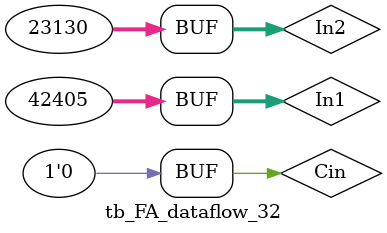
<source format=v>
`include "FA_dataflow_32.v"

module tb_FA_dataflow_32;

reg [31:0] In1,In2;
reg Cin;
wire [31:0] Sum;
wire Cout;

FA_dataflow_32 ans(Cout,Sum,In1,In2,Cin);

initial
	begin
	$monitor("%d + %d + (%d)= %d + (%d)", In1,In2,Cin, Sum, Cout);
	end

initial 
	begin
	In1=32'hA5A5;
 	In2=32'h5A5A;
 	Cin=1'b0;
 	end
 endmodule
</source>
